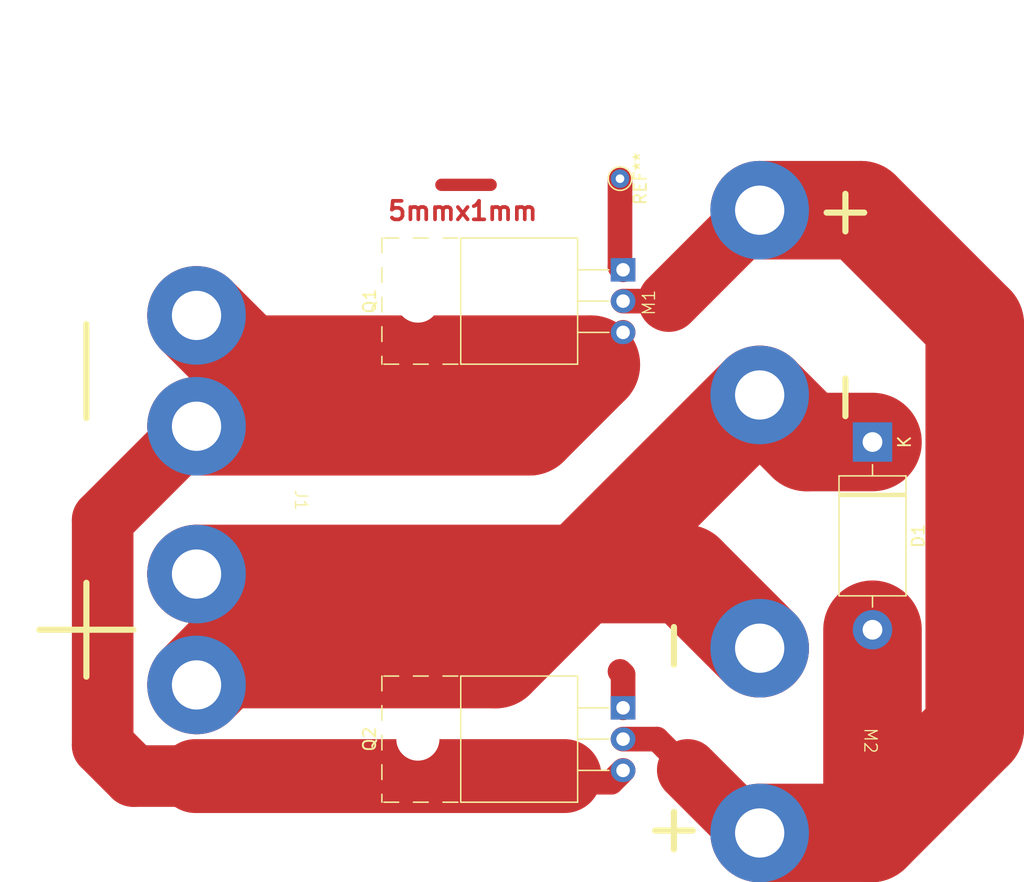
<source format=kicad_pcb>
(kicad_pcb (version 20240108) (generator "pcbnew") (generator_version "8.0")
  (layers (0 "F.Cu" signal) (31 "B.Cu" signal) (34 "B.Paste" user) (35 "F.Paste" user) (36 "B.SilkS" user "B.Silkscreen") (37 "F.SilkS" user "F.Silkscreen") (38 "B.Mask" user) (39 "F.Mask" user) (44 "Edge.Cuts" user))
  (net 0 "")
  (net 1 "+12V")
  (net 2 "GND")
  (net 3 "PB6")
  (net 4 "Net-(D1-A)")
  (footprint "project:power pads" (layer "F.Cu") (at 18.53 -31.81 -90)
    (property "Reference" "J1" (at 0 -0.5 -90) (layer "F.SilkS") (effects (font (thickness 0.1))))
    (property "Value" "Power Pads")
    (fp_text user "-" (at -17 22 -90) (layer "F.SilkS") (effects (font (size 10 10) (thickness 0.5)) (justify left bottom)))
    (fp_text user "+" (at 4 22 -90) (layer "F.SilkS") (effects (font (size 10 10) (thickness 0.5)) (justify left bottom)))
    (pad "1" thru_hole circle (at 6 8 90) (size 8 8) (drill 4) (layers "*.Cu" "*.Mask") (net 1 "+12V"))
    (pad "1" thru_hole circle (at 15 8 90) (size 8 8) (drill 4) (layers "*.Cu" "*.Mask") (net 1 "+12V"))
    (pad "2" thru_hole circle (at -15 8 90) (size 8 8) (drill 4) (layers "*.Cu" "*.Mask") (net 2 "GND"))
    (pad "2" thru_hole circle (at -6 8 90) (size 8 8) (drill 4) (layers "*.Cu" "*.Mask") (net 2 "GND"))
  )
  (footprint "Package_TO_SOT_THT:TO-220-3_Horizontal_TabUp" (layer "F.Cu") (at 45.16 -14.95 -90)
    (property "Reference" "Q2" (at 2.54 20.58 90) (layer "F.SilkS"))
    (property "Value" "IRF3205")
    (fp_line (start -2.58 19.58) (end -1.38 19.58) (stroke (width 0.12)) (layer "F.SilkS"))
    (fp_line (start -0.181 19.58) (end 1.02 19.58) (stroke (width 0.12)) (layer "F.SilkS"))
    (fp_line (start 2.22 19.58) (end 3.42 19.58) (stroke (width 0.12)) (layer "F.SilkS"))
    (fp_line (start 4.62 19.58) (end 5.82 19.58) (stroke (width 0.12)) (layer "F.SilkS"))
    (fp_line (start 7.02 19.58) (end 7.66 19.58) (stroke (width 0.12)) (layer "F.SilkS"))
    (fp_line (start -2.58 18.22) (end -2.58 19.42) (stroke (width 0.12)) (layer "F.SilkS"))
    (fp_line (start 7.66 18.22) (end 7.66 19.42) (stroke (width 0.12)) (layer "F.SilkS"))
    (fp_line (start -2.58 15.82) (end -2.58 17.02) (stroke (width 0.12)) (layer "F.SilkS"))
    (fp_line (start 7.66 15.82) (end 7.66 17.02) (stroke (width 0.12)) (layer "F.SilkS"))
    (fp_line (start -2.58 13.42) (end -2.58 14.62) (stroke (width 0.12)) (layer "F.SilkS"))
    (fp_line (start 7.66 13.42) (end 7.66 14.62) (stroke (width 0.12)) (layer "F.SilkS"))
    (fp_line (start -2.58 13.18) (end 7.66 13.18) (stroke (width 0.12)) (layer "F.SilkS"))
    (fp_line (start -2.58 3.69) (end -2.58 13.18) (stroke (width 0.12)) (layer "F.SilkS"))
    (fp_line (start -2.58 3.69) (end 7.66 3.69) (stroke (width 0.12)) (layer "F.SilkS"))
    (fp_line (start 7.66 3.69) (end 7.66 13.18) (stroke (width 0.12)) (layer "F.SilkS"))
    (fp_line (start 0 1.15) (end 0 3.69) (stroke (width 0.12)) (layer "F.SilkS"))
    (fp_line (start 2.54 1.15) (end 2.54 3.69) (stroke (width 0.12)) (layer "F.SilkS"))
    (fp_line (start 5.08 1.15) (end 5.08 3.69) (stroke (width 0.12)) (layer "F.SilkS"))
    (pad "" np_thru_hole oval (at 2.54 16.66 270) (size 3.5 3.5) (drill 3.5) (layers "*.Cu" "*.Mask"))
    (pad "1" thru_hole rect (at 0 0 270) (size 1.905 2) (drill 1.1) (layers "*.Cu" "*.Mask") (net 3 "PB6"))
    (pad "2" thru_hole oval (at 2.54 0 270) (size 1.905 2) (drill 1.1) (layers "*.Cu" "*.Mask") (net 4 "Net-(D1-A)"))
    (pad "3" thru_hole oval (at 5.08 0 270) (size 1.905 2) (drill 1.1) (layers "*.Cu" "*.Mask") (net 2 "GND"))
  )
  (footprint "Package_TO_SOT_THT:TO-220-3_Horizontal_TabUp" (layer "F.Cu") (at 45.16 -50.51 -90)
    (property "Reference" "Q1" (at 2.54 20.58 90) (layer "F.SilkS"))
    (property "Value" "IRF3205")
    (fp_line (start -2.58 19.58) (end -1.38 19.58) (stroke (width 0.12)) (layer "F.SilkS"))
    (fp_line (start -0.181 19.58) (end 1.02 19.58) (stroke (width 0.12)) (layer "F.SilkS"))
    (fp_line (start 2.22 19.58) (end 3.42 19.58) (stroke (width 0.12)) (layer "F.SilkS"))
    (fp_line (start 4.62 19.58) (end 5.82 19.58) (stroke (width 0.12)) (layer "F.SilkS"))
    (fp_line (start 7.02 19.58) (end 7.66 19.58) (stroke (width 0.12)) (layer "F.SilkS"))
    (fp_line (start -2.58 18.22) (end -2.58 19.42) (stroke (width 0.12)) (layer "F.SilkS"))
    (fp_line (start 7.66 18.22) (end 7.66 19.42) (stroke (width 0.12)) (layer "F.SilkS"))
    (fp_line (start -2.58 15.82) (end -2.58 17.02) (stroke (width 0.12)) (layer "F.SilkS"))
    (fp_line (start 7.66 15.82) (end 7.66 17.02) (stroke (width 0.12)) (layer "F.SilkS"))
    (fp_line (start -2.58 13.42) (end -2.58 14.62) (stroke (width 0.12)) (layer "F.SilkS"))
    (fp_line (start 7.66 13.42) (end 7.66 14.62) (stroke (width 0.12)) (layer "F.SilkS"))
    (fp_line (start -2.58 13.18) (end 7.66 13.18) (stroke (width 0.12)) (layer "F.SilkS"))
    (fp_line (start -2.58 3.69) (end -2.58 13.18) (stroke (width 0.12)) (layer "F.SilkS"))
    (fp_line (start -2.58 3.69) (end 7.66 3.69) (stroke (width 0.12)) (layer "F.SilkS"))
    (fp_line (start 7.66 3.69) (end 7.66 13.18) (stroke (width 0.12)) (layer "F.SilkS"))
    (fp_line (start 0 1.15) (end 0 3.69) (stroke (width 0.12)) (layer "F.SilkS"))
    (fp_line (start 2.54 1.15) (end 2.54 3.69) (stroke (width 0.12)) (layer "F.SilkS"))
    (fp_line (start 5.08 1.15) (end 5.08 3.69) (stroke (width 0.12)) (layer "F.SilkS"))
    (pad "" np_thru_hole oval (at 2.54 16.66 270) (size 3.5 3.5) (drill 3.5) (layers "*.Cu" "*.Mask"))
    (pad "1" thru_hole rect (at 0 0 270) (size 1.905 2) (drill 1.1) (layers "*.Cu" "*.Mask") (net 3 "PB6"))
    (pad "2" thru_hole oval (at 2.54 0 270) (size 1.905 2) (drill 1.1) (layers "*.Cu" "*.Mask") (net 4 "Net-(D1-A)"))
    (pad "3" thru_hole oval (at 5.08 0 270) (size 1.905 2) (drill 1.1) (layers "*.Cu" "*.Mask") (net 2 "GND"))
  )
  (footprint "TestPoint:TestPoint_THTPad_D1.5mm_Drill0.7mm" (layer "F.Cu") (at 44.91 -57.91 -90)
    (property "Reference" "REF**" (at 0 -1.648 90) (layer "F.SilkS"))
    (property "Value" "TestPoint_THTPad_D1.5mm_Drill0.7mm")
    (fp_circle (center 0 0) (end 0 0.95) (stroke (width 0.12)) (fill none) (layer "F.SilkS"))
    (pad "1" thru_hole circle (at 0 0 270) (size 1.5 1.5) (drill 0.7) (layers "*.Cu" "*.Mask") (net 3 "PB6"))
  )
  (footprint "project:CIM" (layer "F.Cu") (at 50.25 -47.85 90)
    (property "Reference" "M1" (at 0 -3 90) (layer "F.SilkS") (effects (font (thickness 0.1))))
    (property "Value" "CIM_1")
    (fp_text user "+" (at 4.5 15 90) (layer "F.SilkS") (effects (font (size 4 4) (thickness 0.5)) (justify left bottom)))
    (fp_text user "-" (at -10.5 15 90) (layer "F.SilkS") (effects (font (size 4 4) (thickness 0.5)) (justify left bottom)))
    (pad "1" thru_hole circle (at -7.5 6 270) (size 8 8) (drill 4) (layers "*.Cu" "*.Mask") (net 1 "+12V"))
    (pad "2" thru_hole circle (at 7.5 6 270) (size 8 8) (drill 4) (layers "*.Cu" "*.Mask") (net 4 "Net-(D1-A)"))
  )
  (footprint "project:CIM" (layer "F.Cu") (at 62.25 -12.29 -90)
    (property "Reference" "M2" (at 0 -3 -90) (layer "F.SilkS") (effects (font (thickness 0.1))))
    (property "Value" "CIM_2")
    (fp_text user "+" (at 4.5 15 -90) (layer "F.SilkS") (effects (font (size 4 4) (thickness 0.5)) (justify left bottom)))
    (fp_text user "-" (at -10.5 15 -90) (layer "F.SilkS") (effects (font (size 4 4) (thickness 0.5)) (justify left bottom)))
    (pad "1" thru_hole circle (at -7.5 6 90) (size 8 8) (drill 4) (layers "*.Cu" "*.Mask") (net 1 "+12V"))
    (pad "2" thru_hole circle (at 7.5 6 90) (size 8 8) (drill 4) (layers "*.Cu" "*.Mask") (net 4 "Net-(D1-A)"))
  )
  (footprint "Diode_THT:D_DO-201AD_P15.24mm_Horizontal" (layer "F.Cu") (at 65.41 -36.53 -90)
    (property "Reference" "D1" (at 7.62 -3.72 90) (layer "F.SilkS"))
    (property "Value" "D")
    (fp_line (start 2.75 2.72) (end 12.49 2.72) (stroke (width 0.12)) (layer "F.SilkS"))
    (fp_line (start 12.49 2.72) (end 12.49 -2.72) (stroke (width 0.12)) (layer "F.SilkS"))
    (fp_line (start 1.84 0) (end 2.75 0) (stroke (width 0.12)) (layer "F.SilkS"))
    (fp_line (start 13.4 0) (end 12.49 0) (stroke (width 0.12)) (layer "F.SilkS"))
    (fp_line (start 2.75 -2.72) (end 2.75 2.72) (stroke (width 0.12)) (layer "F.SilkS"))
    (fp_line (start 4.175 -2.72) (end 4.175 2.72) (stroke (width 0.12)) (layer "F.SilkS"))
    (fp_line (start 4.295 -2.72) (end 4.295 2.72) (stroke (width 0.12)) (layer "F.SilkS"))
    (fp_line (start 4.415 -2.72) (end 4.415 2.72) (stroke (width 0.12)) (layer "F.SilkS"))
    (fp_line (start 12.49 -2.72) (end 2.75 -2.72) (stroke (width 0.12)) (layer "F.SilkS"))
    (fp_text user "K" (at 0 -2.6 90) (layer "F.SilkS"))
    (pad "1" thru_hole rect (at 0 0 270) (size 3.2 3.2) (drill 1.6) (layers "*.Cu" "*.Mask") (net 1 "+12V"))
    (pad "2" thru_hole oval (at 15.24 0 270) (size 3.2 3.2) (drill 1.6) (layers "*.Cu" "*.Mask") (net 4 "Net-(D1-A)"))
  )
  (gr_text "5mmx1mm\n" (at 25.91 -54.41 0) (layer "F.Cu") (effects (font (size 1.5 1.5) (thickness 0.3) (bold yes)) (justify left bottom)))
  (segment (start 34.41 -57.41) (end 30.41 -57.41) (width 1) (layer "F.Cu") (net 0))
  (segment (start 10.53 -25.81) (end 41.71 -25.81) (width 8) (layer "F.Cu") (net 1))
  (segment (start 60.07 -36.53) (end 56.25 -40.35) (width 8) (layer "F.Cu") (net 1))
  (segment (start 34.81 -18.91) (end 42.36 -26.46) (width 8) (layer "F.Cu") (net 1))
  (segment (start 10.53 -16.81) (end 12.63 -18.91) (width 8) (layer "F.Cu") (net 1))
  (segment (start 41.71 -25.81) (end 42.36 -26.46) (width 8) (layer "F.Cu") (net 1))
  (segment (start 12.63 -18.91) (end 34.81 -18.91) (width 8) (layer "F.Cu") (net 1))
  (segment (start 42.36 -26.46) (end 56.25 -40.35) (width 8) (layer "F.Cu") (net 1))
  (segment (start 10.53 -25.81) (end 50.23 -25.81) (width 8) (layer "F.Cu") (net 1))
  (segment (start 50.23 -25.81) (end 56.25 -19.79) (width 8) (layer "F.Cu") (net 1))
  (segment (start 65.41 -36.53) (end 60.07 -36.53) (width 8) (layer "F.Cu") (net 1))
  (segment (start 2.91 -11.91) (end 2.91 -30.19) (width 5) (layer "F.Cu") (net 2))
  (segment (start 40.91 -8.91) (end 40.41 -9.41) (width 2) (layer "F.Cu") (net 2))
  (segment (start 40.41 -9.41) (end 10.434668 -9.41) (width 6) (layer "F.Cu") (net 2))
  (segment (start 44.2 -8.91) (end 40.91 -8.91) (width 2) (layer "F.Cu") (net 2))
  (segment (start 10.53 -37.81) (end 37.54 -37.81) (width 8) (layer "F.Cu") (net 2))
  (segment (start 2.91 -30.19) (end 10.53 -37.81) (width 5) (layer "F.Cu") (net 2))
  (segment (start 42.54 -42.81) (end 45.16 -45.43) (width 2) (layer "F.Cu") (net 2))
  (segment (start 10.53 -46.81) (end 14.53 -42.81) (width 8) (layer "F.Cu") (net 2))
  (segment (start 14.53 -42.81) (end 42.54 -42.81) (width 8) (layer "F.Cu") (net 2))
  (segment (start 37.54 -37.81) (end 42.540001 -42.810001) (width 8) (layer "F.Cu") (net 2))
  (segment (start 45.16 -9.87) (end 44.2 -8.91) (width 2) (layer "F.Cu") (net 2))
  (segment (start 10.434668 -9.41) (end 5.41 -9.41) (width 5) (layer "F.Cu") (net 2))
  (segment (start 45.16 -45.43) (end 42.540001 -42.810001) (width 2) (layer "F.Cu") (net 2))
  (segment (start 5.41 -9.41) (end 2.91 -11.91) (width 5) (layer "F.Cu") (net 2))
  (segment (start 45.16 -17.66) (end 44.91 -17.91) (width 2) (layer "F.Cu") (net 3))
  (segment (start 44.91 -57.91) (end 44.91 -50.76) (width 2) (layer "F.Cu") (net 3))
  (segment (start 45.16 -14.95) (end 45.16 -17.66) (width 2) (layer "F.Cu") (net 3))
  (segment (start 44.91 -50.76) (end 45.16 -50.51) (width 2) (layer "F.Cu") (net 3))
  (segment (start 65.41 -4.91) (end 65.29 -4.79) (width 8) (layer "F.Cu") (net 4))
  (segment (start 55.53 -4.79) (end 56.25 -4.79) (width 2) (layer "F.Cu") (net 4))
  (segment (start 65.29 -4.79) (end 73.71 -13.21) (width 8) (layer "F.Cu") (net 4))
  (segment (start 45.16 -12.41) (end 47.91 -12.41) (width 2) (layer "F.Cu") (net 4))
  (segment (start 64.47 -55.35) (end 56.25 -55.35) (width 8) (layer "F.Cu") (net 4))
  (segment (start 48.87 -47.97) (end 56.25 -55.35) (width 5) (layer "F.Cu") (net 4))
  (segment (start 50.41 -9.91) (end 55.53 -4.79) (width 5) (layer "F.Cu") (net 4))
  (segment (start 65.41 -21.29) (end 65.41 -4.91) (width 8) (layer "F.Cu") (net 4))
  (segment (start 56.25 -4.79) (end 65.29 -4.79) (width 8) (layer "F.Cu") (net 4))
  (segment (start 73.71 -13.21) (end 73.71 -46.11) (width 8) (layer "F.Cu") (net 4))
  (segment (start 47.91 -12.41) (end 50.41 -9.91) (width 2) (layer "F.Cu") (net 4))
  (segment (start 45.16 -47.97) (end 48.87 -47.97) (width 2) (layer "F.Cu") (net 4))
  (segment (start 73.71 -46.11) (end 64.47 -55.35) (width 8) (layer "F.Cu") (net 4))
)
</source>
